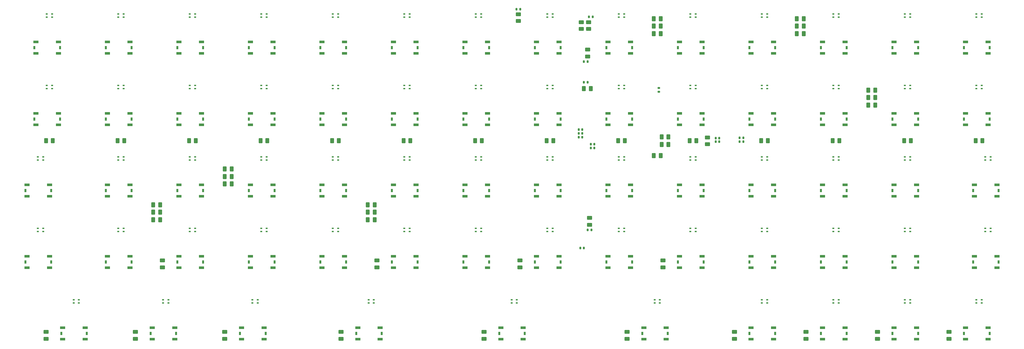
<source format=gbr>
%TF.GenerationSoftware,KiCad,Pcbnew,(6.0.0)*%
%TF.CreationDate,2022-03-05T10:25:11+10:00*%
%TF.ProjectId,Ortho66_Optical,4f727468-6f36-4365-9f4f-70746963616c,rev?*%
%TF.SameCoordinates,Original*%
%TF.FileFunction,Paste,Top*%
%TF.FilePolarity,Positive*%
%FSLAX46Y46*%
G04 Gerber Fmt 4.6, Leading zero omitted, Abs format (unit mm)*
G04 Created by KiCad (PCBNEW (6.0.0)) date 2022-03-05 10:25:11*
%MOMM*%
%LPD*%
G01*
G04 APERTURE LIST*
G04 Aperture macros list*
%AMRoundRect*
0 Rectangle with rounded corners*
0 $1 Rounding radius*
0 $2 $3 $4 $5 $6 $7 $8 $9 X,Y pos of 4 corners*
0 Add a 4 corners polygon primitive as box body*
4,1,4,$2,$3,$4,$5,$6,$7,$8,$9,$2,$3,0*
0 Add four circle primitives for the rounded corners*
1,1,$1+$1,$2,$3*
1,1,$1+$1,$4,$5*
1,1,$1+$1,$6,$7*
1,1,$1+$1,$8,$9*
0 Add four rect primitives between the rounded corners*
20,1,$1+$1,$2,$3,$4,$5,0*
20,1,$1+$1,$4,$5,$6,$7,0*
20,1,$1+$1,$6,$7,$8,$9,0*
20,1,$1+$1,$8,$9,$2,$3,0*%
G04 Aperture macros list end*
%ADD10R,0.600000X0.400000*%
%ADD11R,0.600000X0.900000*%
%ADD12R,1.400000X0.800000*%
%ADD13RoundRect,0.250000X-0.450000X0.262500X-0.450000X-0.262500X0.450000X-0.262500X0.450000X0.262500X0*%
%ADD14RoundRect,0.250000X0.262500X0.450000X-0.262500X0.450000X-0.262500X-0.450000X0.262500X-0.450000X0*%
%ADD15RoundRect,0.140000X-0.140000X-0.170000X0.140000X-0.170000X0.140000X0.170000X-0.140000X0.170000X0*%
%ADD16RoundRect,0.250000X-0.262500X-0.450000X0.262500X-0.450000X0.262500X0.450000X-0.262500X0.450000X0*%
%ADD17RoundRect,0.250000X0.450000X-0.262500X0.450000X0.262500X-0.450000X0.262500X-0.450000X-0.262500X0*%
%ADD18RoundRect,0.140000X0.140000X0.170000X-0.140000X0.170000X-0.140000X-0.170000X0.140000X-0.170000X0*%
%ADD19RoundRect,0.140000X-0.170000X0.140000X-0.170000X-0.140000X0.170000X-0.140000X0.170000X0.140000X0*%
G04 APERTURE END LIST*
D10*
%TO.C,RGB29*%
X98318750Y-133700000D03*
X96918750Y-133700000D03*
X96918750Y-132900000D03*
X98318750Y-132900000D03*
%TD*%
%TO.C,RGB5*%
X176900000Y-95600000D03*
X175500000Y-95600000D03*
X175500000Y-94800000D03*
X176900000Y-94800000D03*
%TD*%
%TO.C,RGB51*%
X253100000Y-152750000D03*
X251700000Y-152750000D03*
X251700000Y-151950000D03*
X253100000Y-151950000D03*
%TD*%
D11*
%TO.C,IR14*%
X343650000Y-103750000D03*
D12*
X344050000Y-105250000D03*
X344050000Y-102250000D03*
%TD*%
D11*
%TO.C,PT21*%
X217100000Y-122800000D03*
D12*
X216700000Y-124300000D03*
X216700000Y-121300000D03*
%TD*%
D11*
%TO.C,PT9*%
X255200000Y-103750000D03*
D12*
X254800000Y-105250000D03*
X254800000Y-102250000D03*
%TD*%
D10*
%TO.C,RGB49*%
X215000000Y-152750000D03*
X213600000Y-152750000D03*
X213600000Y-151950000D03*
X215000000Y-151950000D03*
%TD*%
D11*
%TO.C,IR65*%
X324600000Y-179950000D03*
D12*
X325000000Y-181450000D03*
X325000000Y-178450000D03*
%TD*%
D13*
%TO.C,R35*%
X253875000Y-179537500D03*
X253875000Y-181362500D03*
%TD*%
D10*
%TO.C,RGB39*%
X291200000Y-133700000D03*
X289800000Y-133700000D03*
X289800000Y-132900000D03*
X291200000Y-132900000D03*
%TD*%
D14*
%TO.C,R8*%
X262837500Y-98000000D03*
X261012500Y-98000000D03*
%TD*%
D10*
%TO.C,RGB17*%
X138800000Y-114650000D03*
X137400000Y-114650000D03*
X137400000Y-113850000D03*
X138800000Y-113850000D03*
%TD*%
D11*
%TO.C,PT44*%
X121850000Y-160900000D03*
D12*
X121450000Y-162400000D03*
X121450000Y-159400000D03*
%TD*%
D11*
%TO.C,PT4*%
X159950000Y-103750000D03*
D12*
X159550000Y-105250000D03*
X159550000Y-102250000D03*
%TD*%
D11*
%TO.C,PT41*%
X331400000Y-141850000D03*
D12*
X331000000Y-143350000D03*
X331000000Y-140350000D03*
%TD*%
D11*
%TO.C,PT24*%
X274250000Y-122800000D03*
D12*
X273850000Y-124300000D03*
X273850000Y-121300000D03*
%TD*%
D11*
%TO.C,PT25*%
X293300000Y-122800000D03*
D12*
X292900000Y-124300000D03*
X292900000Y-121300000D03*
%TD*%
D11*
%TO.C,PT2*%
X121850000Y-103750000D03*
D12*
X121450000Y-105250000D03*
X121450000Y-102250000D03*
%TD*%
D13*
%TO.C,R45*%
X339600000Y-179537500D03*
X339600000Y-181362500D03*
%TD*%
D11*
%TO.C,PT17*%
X140900000Y-122800000D03*
D12*
X140500000Y-124300000D03*
X140500000Y-121300000D03*
%TD*%
D11*
%TO.C,PT10*%
X274250000Y-103750000D03*
D12*
X273850000Y-105250000D03*
X273850000Y-102250000D03*
%TD*%
D11*
%TO.C,PT18*%
X159950000Y-122800000D03*
D12*
X159550000Y-124300000D03*
X159550000Y-121300000D03*
%TD*%
D10*
%TO.C,RGB57*%
X107843750Y-171800000D03*
X106443750Y-171800000D03*
X106443750Y-171000000D03*
X107843750Y-171000000D03*
%TD*%
%TO.C,RGB4*%
X157850000Y-95600000D03*
X156450000Y-95600000D03*
X156450000Y-94800000D03*
X157850000Y-94800000D03*
%TD*%
D14*
%TO.C,R10*%
X148537500Y-136100000D03*
X146712500Y-136100000D03*
%TD*%
D11*
%TO.C,PT53*%
X293300000Y-160900000D03*
D12*
X292900000Y-162400000D03*
X292900000Y-159400000D03*
%TD*%
D11*
%TO.C,IR13*%
X324600000Y-103750000D03*
D12*
X325000000Y-105250000D03*
X325000000Y-102250000D03*
%TD*%
D11*
%TO.C,PT29*%
X100418750Y-141850000D03*
D12*
X100018750Y-143350000D03*
X100018750Y-140350000D03*
%TD*%
D11*
%TO.C,IR31*%
X134100000Y-141850000D03*
D12*
X134500000Y-143350000D03*
X134500000Y-140350000D03*
%TD*%
D10*
%TO.C,RGB1*%
X100700000Y-95600000D03*
X99300000Y-95600000D03*
X99300000Y-94800000D03*
X100700000Y-94800000D03*
%TD*%
D11*
%TO.C,IR57*%
X103143750Y-179950000D03*
D12*
X103543750Y-181450000D03*
X103543750Y-178450000D03*
%TD*%
D11*
%TO.C,IR10*%
X267450000Y-103750000D03*
D12*
X267850000Y-105250000D03*
X267850000Y-102250000D03*
%TD*%
D11*
%TO.C,IR61*%
X219825000Y-179950000D03*
D12*
X220225000Y-181450000D03*
X220225000Y-178450000D03*
%TD*%
D11*
%TO.C,IR6*%
X191250000Y-103750000D03*
D12*
X191650000Y-105250000D03*
X191650000Y-102250000D03*
%TD*%
D11*
%TO.C,IR52*%
X267450000Y-160900000D03*
D12*
X267850000Y-162400000D03*
X267850000Y-159400000D03*
%TD*%
D15*
%TO.C,C5*%
X244200000Y-129520000D03*
X245160000Y-129520000D03*
%TD*%
D11*
%TO.C,IR5*%
X172200000Y-103750000D03*
D12*
X172600000Y-105250000D03*
X172600000Y-102250000D03*
%TD*%
D16*
%TO.C,R4*%
X299112500Y-100000000D03*
X300937500Y-100000000D03*
%TD*%
D10*
%TO.C,RGB14*%
X348350000Y-95600000D03*
X346950000Y-95600000D03*
X346950000Y-94800000D03*
X348350000Y-94800000D03*
%TD*%
D13*
%TO.C,R25*%
X146718750Y-179537500D03*
X146718750Y-181362500D03*
%TD*%
D11*
%TO.C,IR42*%
X346031250Y-141850000D03*
D12*
X346431250Y-143350000D03*
X346431250Y-140350000D03*
%TD*%
D15*
%TO.C,C6*%
X244200000Y-130540000D03*
X245160000Y-130540000D03*
%TD*%
D11*
%TO.C,PT55*%
X331400000Y-160900000D03*
D12*
X331000000Y-162400000D03*
X331000000Y-159400000D03*
%TD*%
D10*
%TO.C,RGB65*%
X329300000Y-171800000D03*
X327900000Y-171800000D03*
X327900000Y-171000000D03*
X329300000Y-171000000D03*
%TD*%
D11*
%TO.C,PT43*%
X100418750Y-160900000D03*
D12*
X100018750Y-162400000D03*
X100018750Y-159400000D03*
%TD*%
D10*
%TO.C,RGB32*%
X157850000Y-133700000D03*
X156450000Y-133700000D03*
X156450000Y-132900000D03*
X157850000Y-132900000D03*
%TD*%
%TO.C,RGB26*%
X310250000Y-114650000D03*
X308850000Y-114650000D03*
X308850000Y-113850000D03*
X310250000Y-113850000D03*
%TD*%
D13*
%TO.C,R37*%
X263400000Y-160487500D03*
X263400000Y-162312500D03*
%TD*%
D11*
%TO.C,IR51*%
X248400000Y-160900000D03*
D12*
X248800000Y-162400000D03*
X248800000Y-159400000D03*
%TD*%
D11*
%TO.C,PT27*%
X331400000Y-122800000D03*
D12*
X331000000Y-124300000D03*
X331000000Y-121300000D03*
%TD*%
D15*
%TO.C,C4*%
X283870000Y-128780000D03*
X284830000Y-128780000D03*
%TD*%
D13*
%TO.C,R31*%
X215775000Y-179537500D03*
X215775000Y-181362500D03*
%TD*%
D10*
%TO.C,RGB34*%
X195950000Y-133700000D03*
X194550000Y-133700000D03*
X194550000Y-132900000D03*
X195950000Y-132900000D03*
%TD*%
%TO.C,RGB53*%
X291200000Y-152750000D03*
X289800000Y-152750000D03*
X289800000Y-151950000D03*
X291200000Y-151950000D03*
%TD*%
D11*
%TO.C,PT32*%
X159950000Y-141850000D03*
D12*
X159550000Y-143350000D03*
X159550000Y-140350000D03*
%TD*%
D11*
%TO.C,PT33*%
X179000000Y-141850000D03*
D12*
X178600000Y-143350000D03*
X178600000Y-140350000D03*
%TD*%
D11*
%TO.C,PT13*%
X331400000Y-103750000D03*
D12*
X331000000Y-105250000D03*
X331000000Y-102250000D03*
%TD*%
D10*
%TO.C,RGB43*%
X98318750Y-152750000D03*
X96918750Y-152750000D03*
X96918750Y-151950000D03*
X98318750Y-151950000D03*
%TD*%
%TO.C,RGB46*%
X157850000Y-152750000D03*
X156450000Y-152750000D03*
X156450000Y-151950000D03*
X157850000Y-151950000D03*
%TD*%
D11*
%TO.C,IR27*%
X324600000Y-122800000D03*
D12*
X325000000Y-124300000D03*
X325000000Y-121300000D03*
%TD*%
D11*
%TO.C,PT28*%
X350450000Y-122800000D03*
D12*
X350050000Y-124300000D03*
X350050000Y-121300000D03*
%TD*%
D10*
%TO.C,RGB10*%
X272150000Y-95600000D03*
X270750000Y-95600000D03*
X270750000Y-94800000D03*
X272150000Y-94800000D03*
%TD*%
%TO.C,RGB16*%
X119750000Y-114650000D03*
X118350000Y-114650000D03*
X118350000Y-113850000D03*
X119750000Y-113850000D03*
%TD*%
D11*
%TO.C,PT54*%
X312350000Y-160900000D03*
D12*
X311950000Y-162400000D03*
X311950000Y-159400000D03*
%TD*%
D11*
%TO.C,PT15*%
X102800000Y-122800000D03*
D12*
X102400000Y-124300000D03*
X102400000Y-121300000D03*
%TD*%
D11*
%TO.C,IR25*%
X286500000Y-122800000D03*
D12*
X286900000Y-124300000D03*
X286900000Y-121300000D03*
%TD*%
D10*
%TO.C,RGB42*%
X350731250Y-133700000D03*
X349331250Y-133700000D03*
X349331250Y-132900000D03*
X350731250Y-132900000D03*
%TD*%
D11*
%TO.C,IR33*%
X172200000Y-141850000D03*
D12*
X172600000Y-143350000D03*
X172600000Y-140350000D03*
%TD*%
D16*
%TO.C,R26*%
X156237500Y-128575000D03*
X158062500Y-128575000D03*
%TD*%
D10*
%TO.C,RGB40*%
X310250000Y-133700000D03*
X308850000Y-133700000D03*
X308850000Y-132900000D03*
X310250000Y-132900000D03*
%TD*%
D16*
%TO.C,R30*%
X194337500Y-128575000D03*
X196162500Y-128575000D03*
%TD*%
D10*
%TO.C,RGB47*%
X176900000Y-152750000D03*
X175500000Y-152750000D03*
X175500000Y-151950000D03*
X176900000Y-151950000D03*
%TD*%
D11*
%TO.C,PT49*%
X217100000Y-160900000D03*
D12*
X216700000Y-162400000D03*
X216700000Y-159400000D03*
%TD*%
D14*
%TO.C,R15*%
X129487500Y-149625000D03*
X127662500Y-149625000D03*
%TD*%
D10*
%TO.C,RGB9*%
X253100000Y-95600000D03*
X251700000Y-95600000D03*
X251700000Y-94800000D03*
X253100000Y-94800000D03*
%TD*%
D15*
%TO.C,C15*%
X241395000Y-157150000D03*
X242355000Y-157150000D03*
%TD*%
D11*
%TO.C,IR19*%
X172200000Y-122800000D03*
D12*
X172600000Y-124300000D03*
X172600000Y-121300000D03*
%TD*%
D11*
%TO.C,IR44*%
X115050000Y-160900000D03*
D12*
X115450000Y-162400000D03*
X115450000Y-159400000D03*
%TD*%
D14*
%TO.C,R11*%
X148537500Y-138100000D03*
X146712500Y-138100000D03*
%TD*%
%TO.C,R17*%
X186637500Y-147625000D03*
X184812500Y-147625000D03*
%TD*%
D10*
%TO.C,RGB2*%
X119750000Y-95600000D03*
X118350000Y-95600000D03*
X118350000Y-94800000D03*
X119750000Y-94800000D03*
%TD*%
D11*
%TO.C,PT31*%
X140900000Y-141850000D03*
D12*
X140500000Y-143350000D03*
X140500000Y-140350000D03*
%TD*%
D16*
%TO.C,R40*%
X289587500Y-128575000D03*
X291412500Y-128575000D03*
%TD*%
D10*
%TO.C,RGB35*%
X215000000Y-133700000D03*
X213600000Y-133700000D03*
X213600000Y-132900000D03*
X215000000Y-132900000D03*
%TD*%
D14*
%TO.C,R18*%
X186637500Y-149625000D03*
X184812500Y-149625000D03*
%TD*%
D15*
%TO.C,C10*%
X243740000Y-95520000D03*
X244700000Y-95520000D03*
%TD*%
D13*
%TO.C,R52*%
X241650000Y-96937500D03*
X241650000Y-98762500D03*
%TD*%
D11*
%TO.C,PT39*%
X293300000Y-141850000D03*
D12*
X292900000Y-143350000D03*
X292900000Y-140350000D03*
%TD*%
D11*
%TO.C,IR1*%
X96000000Y-103750000D03*
D12*
X96400000Y-105250000D03*
X96400000Y-102250000D03*
%TD*%
D11*
%TO.C,PT61*%
X226625000Y-179950000D03*
D12*
X226225000Y-181450000D03*
X226225000Y-178450000D03*
%TD*%
D10*
%TO.C,RGB52*%
X272150000Y-152750000D03*
X270750000Y-152750000D03*
X270750000Y-151950000D03*
X272150000Y-151950000D03*
%TD*%
D11*
%TO.C,PT40*%
X312350000Y-141850000D03*
D12*
X311950000Y-143350000D03*
X311950000Y-140350000D03*
%TD*%
D10*
%TO.C,RGB6*%
X195950000Y-95600000D03*
X194550000Y-95600000D03*
X194550000Y-94800000D03*
X195950000Y-94800000D03*
%TD*%
%TO.C,RGB31*%
X138800000Y-133700000D03*
X137400000Y-133700000D03*
X137400000Y-132900000D03*
X138800000Y-132900000D03*
%TD*%
%TO.C,RGB13*%
X329300000Y-95600000D03*
X327900000Y-95600000D03*
X327900000Y-94800000D03*
X329300000Y-94800000D03*
%TD*%
D11*
%TO.C,IR3*%
X134100000Y-103750000D03*
D12*
X134500000Y-105250000D03*
X134500000Y-102250000D03*
%TD*%
D10*
%TO.C,RGB56*%
X350731250Y-152750000D03*
X349331250Y-152750000D03*
X349331250Y-151950000D03*
X350731250Y-151950000D03*
%TD*%
D15*
%TO.C,C9*%
X240980000Y-125550000D03*
X241940000Y-125550000D03*
%TD*%
D11*
%TO.C,PT48*%
X198050000Y-160900000D03*
D12*
X197650000Y-162400000D03*
X197650000Y-159400000D03*
%TD*%
D11*
%TO.C,PT56*%
X352831250Y-160900000D03*
D12*
X352431250Y-162400000D03*
X352431250Y-159400000D03*
%TD*%
D17*
%TO.C,R47*%
X275250000Y-129487500D03*
X275250000Y-127662500D03*
%TD*%
D10*
%TO.C,RGB66*%
X348350000Y-171800000D03*
X346950000Y-171800000D03*
X346950000Y-171000000D03*
X348350000Y-171000000D03*
%TD*%
D11*
%TO.C,IR23*%
X248400000Y-122800000D03*
D12*
X248800000Y-124300000D03*
X248800000Y-121300000D03*
%TD*%
D18*
%TO.C,C12*%
X241940000Y-127590000D03*
X240980000Y-127590000D03*
%TD*%
D11*
%TO.C,PT50*%
X236150000Y-160900000D03*
D12*
X235750000Y-162400000D03*
X235750000Y-159400000D03*
%TD*%
D16*
%TO.C,R32*%
X213387500Y-128575000D03*
X215212500Y-128575000D03*
%TD*%
D11*
%TO.C,IR32*%
X153150000Y-141850000D03*
D12*
X153550000Y-143350000D03*
X153550000Y-140350000D03*
%TD*%
D11*
%TO.C,IR7*%
X210300000Y-103750000D03*
D12*
X210700000Y-105250000D03*
X210700000Y-102250000D03*
%TD*%
D10*
%TO.C,RGB3*%
X138800000Y-95600000D03*
X137400000Y-95600000D03*
X137400000Y-94800000D03*
X138800000Y-94800000D03*
%TD*%
D11*
%TO.C,IR9*%
X248400000Y-103750000D03*
D12*
X248800000Y-105250000D03*
X248800000Y-102250000D03*
%TD*%
D10*
%TO.C,RGB15*%
X100700000Y-114650000D03*
X99300000Y-114650000D03*
X99300000Y-113850000D03*
X100700000Y-113850000D03*
%TD*%
D11*
%TO.C,IR54*%
X305550000Y-160900000D03*
D12*
X305950000Y-162400000D03*
X305950000Y-159400000D03*
%TD*%
D11*
%TO.C,PT45*%
X140900000Y-160900000D03*
D12*
X140500000Y-162400000D03*
X140500000Y-159400000D03*
%TD*%
D10*
%TO.C,RGB30*%
X119750000Y-133700000D03*
X118350000Y-133700000D03*
X118350000Y-132900000D03*
X119750000Y-132900000D03*
%TD*%
%TO.C,RGB12*%
X310250000Y-95600000D03*
X308850000Y-95600000D03*
X308850000Y-94800000D03*
X310250000Y-94800000D03*
%TD*%
D11*
%TO.C,PT6*%
X198050000Y-103750000D03*
D12*
X197650000Y-105250000D03*
X197650000Y-102250000D03*
%TD*%
D11*
%TO.C,PT57*%
X109943750Y-179950000D03*
D12*
X109543750Y-181450000D03*
X109543750Y-178450000D03*
%TD*%
D11*
%TO.C,IR34*%
X191250000Y-141850000D03*
D12*
X191650000Y-143350000D03*
X191650000Y-140350000D03*
%TD*%
D16*
%TO.C,R49*%
X263087500Y-127575000D03*
X264912500Y-127575000D03*
%TD*%
D11*
%TO.C,PT1*%
X102800000Y-103750000D03*
D12*
X102400000Y-105250000D03*
X102400000Y-102250000D03*
%TD*%
D14*
%TO.C,R12*%
X148537500Y-140100000D03*
X146712500Y-140100000D03*
%TD*%
D13*
%TO.C,R41*%
X301500000Y-179537500D03*
X301500000Y-181362500D03*
%TD*%
D16*
%TO.C,R5*%
X299112500Y-98000000D03*
X300937500Y-98000000D03*
%TD*%
D10*
%TO.C,RGB58*%
X131656250Y-171800000D03*
X130256250Y-171800000D03*
X130256250Y-171000000D03*
X131656250Y-171000000D03*
%TD*%
D11*
%TO.C,IR20*%
X191250000Y-122800000D03*
D12*
X191650000Y-124300000D03*
X191650000Y-121300000D03*
%TD*%
D11*
%TO.C,IR43*%
X93618750Y-160900000D03*
D12*
X94018750Y-162400000D03*
X94018750Y-159400000D03*
%TD*%
D11*
%TO.C,IR15*%
X96000000Y-122800000D03*
D12*
X96400000Y-124300000D03*
X96400000Y-121300000D03*
%TD*%
D13*
%TO.C,R29*%
X187200000Y-160487500D03*
X187200000Y-162312500D03*
%TD*%
D11*
%TO.C,IR28*%
X343650000Y-122800000D03*
D12*
X344050000Y-124300000D03*
X344050000Y-121300000D03*
%TD*%
D11*
%TO.C,PT34*%
X198050000Y-141850000D03*
D12*
X197650000Y-143350000D03*
X197650000Y-140350000D03*
%TD*%
D11*
%TO.C,IR35*%
X210300000Y-141850000D03*
D12*
X210700000Y-143350000D03*
X210700000Y-140350000D03*
%TD*%
D10*
%TO.C,RGB23*%
X253100000Y-114650000D03*
X251700000Y-114650000D03*
X251700000Y-113850000D03*
X253100000Y-113850000D03*
%TD*%
D11*
%TO.C,PT52*%
X274250000Y-160900000D03*
D12*
X273850000Y-162400000D03*
X273850000Y-159400000D03*
%TD*%
D18*
%TO.C,C13*%
X225380000Y-93520000D03*
X224420000Y-93520000D03*
%TD*%
D11*
%TO.C,PT47*%
X179000000Y-160900000D03*
D12*
X178600000Y-162400000D03*
X178600000Y-159400000D03*
%TD*%
D11*
%TO.C,PT30*%
X121850000Y-141850000D03*
D12*
X121450000Y-143350000D03*
X121450000Y-140350000D03*
%TD*%
D16*
%TO.C,R24*%
X137187500Y-128575000D03*
X139012500Y-128575000D03*
%TD*%
D11*
%TO.C,IR30*%
X115050000Y-141850000D03*
D12*
X115450000Y-143350000D03*
X115450000Y-140350000D03*
%TD*%
D15*
%TO.C,C8*%
X242395000Y-113000000D03*
X243355000Y-113000000D03*
%TD*%
D14*
%TO.C,R9*%
X262837500Y-100000000D03*
X261012500Y-100000000D03*
%TD*%
D11*
%TO.C,PT12*%
X312350000Y-103750000D03*
D12*
X311950000Y-105250000D03*
X311950000Y-102250000D03*
%TD*%
D16*
%TO.C,R42*%
X308637500Y-128575000D03*
X310462500Y-128575000D03*
%TD*%
D11*
%TO.C,PT5*%
X179000000Y-103750000D03*
D12*
X178600000Y-105250000D03*
X178600000Y-102250000D03*
%TD*%
D11*
%TO.C,IR62*%
X257925000Y-179950000D03*
D12*
X258325000Y-181450000D03*
X258325000Y-178450000D03*
%TD*%
D11*
%TO.C,IR21*%
X210300000Y-122800000D03*
D12*
X210700000Y-124300000D03*
X210700000Y-121300000D03*
%TD*%
D11*
%TO.C,PT66*%
X350450000Y-179950000D03*
D12*
X350050000Y-181450000D03*
X350050000Y-178450000D03*
%TD*%
D11*
%TO.C,IR50*%
X229350000Y-160900000D03*
D12*
X229750000Y-162400000D03*
X229750000Y-159400000D03*
%TD*%
D13*
%TO.C,R39*%
X282450000Y-179537500D03*
X282450000Y-181362500D03*
%TD*%
D11*
%TO.C,PT58*%
X133756250Y-179950000D03*
D12*
X133356250Y-181450000D03*
X133356250Y-178450000D03*
%TD*%
D10*
%TO.C,RGB54*%
X310250000Y-152750000D03*
X308850000Y-152750000D03*
X308850000Y-151950000D03*
X310250000Y-151950000D03*
%TD*%
D11*
%TO.C,IR40*%
X305550000Y-141850000D03*
D12*
X305950000Y-143350000D03*
X305950000Y-140350000D03*
%TD*%
D17*
%TO.C,R54*%
X224890000Y-96672500D03*
X224890000Y-94847500D03*
%TD*%
D11*
%TO.C,PT14*%
X350450000Y-103750000D03*
D12*
X350050000Y-105250000D03*
X350050000Y-102250000D03*
%TD*%
D11*
%TO.C,PT22*%
X236150000Y-122800000D03*
D12*
X235750000Y-124300000D03*
X235750000Y-121300000D03*
%TD*%
D11*
%TO.C,IR11*%
X286500000Y-103750000D03*
D12*
X286900000Y-105250000D03*
X286900000Y-102250000D03*
%TD*%
D11*
%TO.C,PT64*%
X312350000Y-179950000D03*
D12*
X311950000Y-181450000D03*
X311950000Y-178450000D03*
%TD*%
D10*
%TO.C,RGB7*%
X215000000Y-95600000D03*
X213600000Y-95600000D03*
X213600000Y-94800000D03*
X215000000Y-94800000D03*
%TD*%
D17*
%TO.C,R50*%
X243350000Y-106112500D03*
X243350000Y-104287500D03*
%TD*%
D11*
%TO.C,IR55*%
X324600000Y-160900000D03*
D12*
X325000000Y-162400000D03*
X325000000Y-159400000D03*
%TD*%
D11*
%TO.C,PT63*%
X293300000Y-179950000D03*
D12*
X292900000Y-181450000D03*
X292900000Y-178450000D03*
%TD*%
D11*
%TO.C,IR4*%
X153150000Y-103750000D03*
D12*
X153550000Y-105250000D03*
X153550000Y-102250000D03*
%TD*%
D11*
%TO.C,IR45*%
X134100000Y-160900000D03*
D12*
X134500000Y-162400000D03*
X134500000Y-159400000D03*
%TD*%
D10*
%TO.C,RGB36*%
X234050000Y-133700000D03*
X232650000Y-133700000D03*
X232650000Y-132900000D03*
X234050000Y-132900000D03*
%TD*%
%TO.C,RGB61*%
X224525000Y-171800000D03*
X223125000Y-171800000D03*
X223125000Y-171000000D03*
X224525000Y-171000000D03*
%TD*%
D11*
%TO.C,IR49*%
X210300000Y-160900000D03*
D12*
X210700000Y-162400000D03*
X210700000Y-159400000D03*
%TD*%
D11*
%TO.C,PT42*%
X352831250Y-141850000D03*
D12*
X352431250Y-143350000D03*
X352431250Y-140350000D03*
%TD*%
D10*
%TO.C,RGB45*%
X138800000Y-152750000D03*
X137400000Y-152750000D03*
X137400000Y-151950000D03*
X138800000Y-151950000D03*
%TD*%
%TO.C,RGB28*%
X348350000Y-114650000D03*
X346950000Y-114650000D03*
X346950000Y-113850000D03*
X348350000Y-113850000D03*
%TD*%
D11*
%TO.C,IR36*%
X229350000Y-141850000D03*
D12*
X229750000Y-143350000D03*
X229750000Y-140350000D03*
%TD*%
D16*
%TO.C,R28*%
X175287500Y-128575000D03*
X177112500Y-128575000D03*
%TD*%
D13*
%TO.C,R23*%
X130050000Y-160487500D03*
X130050000Y-162312500D03*
%TD*%
D14*
%TO.C,R16*%
X186637500Y-145625000D03*
X184812500Y-145625000D03*
%TD*%
D11*
%TO.C,IR46*%
X153150000Y-160900000D03*
D12*
X153550000Y-162400000D03*
X153550000Y-159400000D03*
%TD*%
D11*
%TO.C,PT3*%
X140900000Y-103750000D03*
D12*
X140500000Y-105250000D03*
X140500000Y-102250000D03*
%TD*%
D16*
%TO.C,R20*%
X99087500Y-128575000D03*
X100912500Y-128575000D03*
%TD*%
D14*
%TO.C,R1*%
X319987500Y-115050000D03*
X318162500Y-115050000D03*
%TD*%
D11*
%TO.C,IR60*%
X181725000Y-179950000D03*
D12*
X182125000Y-181450000D03*
X182125000Y-178450000D03*
%TD*%
D14*
%TO.C,R2*%
X319987500Y-117050000D03*
X318162500Y-117050000D03*
%TD*%
D11*
%TO.C,IR39*%
X286500000Y-141850000D03*
D12*
X286900000Y-143350000D03*
X286900000Y-140350000D03*
%TD*%
D13*
%TO.C,R27*%
X177675000Y-179537500D03*
X177675000Y-181362500D03*
%TD*%
D11*
%TO.C,PT35*%
X217100000Y-141850000D03*
D12*
X216700000Y-143350000D03*
X216700000Y-140350000D03*
%TD*%
D16*
%TO.C,R48*%
X263087500Y-129575000D03*
X264912500Y-129575000D03*
%TD*%
%TO.C,R34*%
X232437500Y-128575000D03*
X234262500Y-128575000D03*
%TD*%
D11*
%TO.C,IR38*%
X267450000Y-141850000D03*
D12*
X267850000Y-143350000D03*
X267850000Y-140350000D03*
%TD*%
D11*
%TO.C,IR2*%
X115050000Y-103750000D03*
D12*
X115450000Y-105250000D03*
X115450000Y-102250000D03*
%TD*%
D10*
%TO.C,RGB38*%
X272150000Y-133700000D03*
X270750000Y-133700000D03*
X270750000Y-132900000D03*
X272150000Y-132900000D03*
%TD*%
D14*
%TO.C,R7*%
X262837500Y-96000000D03*
X261012500Y-96000000D03*
%TD*%
D10*
%TO.C,RGB20*%
X195950000Y-114650000D03*
X194550000Y-114650000D03*
X194550000Y-113850000D03*
X195950000Y-113850000D03*
%TD*%
D11*
%TO.C,PT7*%
X217100000Y-103750000D03*
D12*
X216700000Y-105250000D03*
X216700000Y-102250000D03*
%TD*%
D16*
%TO.C,R6*%
X299112500Y-96000000D03*
X300937500Y-96000000D03*
%TD*%
D11*
%TO.C,PT46*%
X159950000Y-160900000D03*
D12*
X159550000Y-162400000D03*
X159550000Y-159400000D03*
%TD*%
D15*
%TO.C,C3*%
X283870000Y-127760000D03*
X284830000Y-127760000D03*
%TD*%
D11*
%TO.C,PT11*%
X293300000Y-103750000D03*
D12*
X292900000Y-105250000D03*
X292900000Y-102250000D03*
%TD*%
D13*
%TO.C,R19*%
X99093750Y-179537500D03*
X99093750Y-181362500D03*
%TD*%
D11*
%TO.C,IR66*%
X343650000Y-179950000D03*
D12*
X344050000Y-181450000D03*
X344050000Y-178450000D03*
%TD*%
D10*
%TO.C,RGB19*%
X176900000Y-114650000D03*
X175500000Y-114650000D03*
X175500000Y-113850000D03*
X176900000Y-113850000D03*
%TD*%
%TO.C,RGB50*%
X234050000Y-152750000D03*
X232650000Y-152750000D03*
X232650000Y-151950000D03*
X234050000Y-151950000D03*
%TD*%
D11*
%TO.C,IR17*%
X134100000Y-122800000D03*
D12*
X134500000Y-124300000D03*
X134500000Y-121300000D03*
%TD*%
D13*
%TO.C,R53*%
X243630000Y-96947500D03*
X243630000Y-98772500D03*
%TD*%
D10*
%TO.C,RGB11*%
X291200000Y-95600000D03*
X289800000Y-95600000D03*
X289800000Y-94800000D03*
X291200000Y-94800000D03*
%TD*%
D13*
%TO.C,R55*%
X243875000Y-149157500D03*
X243875000Y-150982500D03*
%TD*%
D10*
%TO.C,RGB24*%
X272150000Y-114650000D03*
X270750000Y-114650000D03*
X270750000Y-113850000D03*
X272150000Y-113850000D03*
%TD*%
%TO.C,RGB21*%
X215000000Y-114650000D03*
X213600000Y-114650000D03*
X213600000Y-113850000D03*
X215000000Y-113850000D03*
%TD*%
D11*
%TO.C,IR29*%
X93618750Y-141850000D03*
D12*
X94018750Y-143350000D03*
X94018750Y-140350000D03*
%TD*%
D10*
%TO.C,RGB44*%
X119750000Y-152750000D03*
X118350000Y-152750000D03*
X118350000Y-151950000D03*
X119750000Y-151950000D03*
%TD*%
D19*
%TO.C,C14*%
X262310000Y-114510000D03*
X262310000Y-115470000D03*
%TD*%
D11*
%TO.C,IR37*%
X248400000Y-141850000D03*
D12*
X248800000Y-143350000D03*
X248800000Y-140350000D03*
%TD*%
D11*
%TO.C,IR16*%
X115050000Y-122800000D03*
D12*
X115450000Y-124300000D03*
X115450000Y-121300000D03*
%TD*%
D11*
%TO.C,IR41*%
X324600000Y-141850000D03*
D12*
X325000000Y-143350000D03*
X325000000Y-140350000D03*
%TD*%
D11*
%TO.C,PT26*%
X312350000Y-122800000D03*
D12*
X311950000Y-124300000D03*
X311950000Y-121300000D03*
%TD*%
D13*
%TO.C,R21*%
X122906250Y-179537500D03*
X122906250Y-181362500D03*
%TD*%
D11*
%TO.C,IR64*%
X305550000Y-179950000D03*
D12*
X305950000Y-181450000D03*
X305950000Y-178450000D03*
%TD*%
D11*
%TO.C,PT38*%
X274250000Y-141850000D03*
D12*
X273850000Y-143350000D03*
X273850000Y-140350000D03*
%TD*%
D14*
%TO.C,R3*%
X319987500Y-119050000D03*
X318162500Y-119050000D03*
%TD*%
D11*
%TO.C,IR47*%
X172200000Y-160900000D03*
D12*
X172600000Y-162400000D03*
X172600000Y-159400000D03*
%TD*%
D16*
%TO.C,R56*%
X261012500Y-132570000D03*
X262837500Y-132570000D03*
%TD*%
D11*
%TO.C,IR24*%
X267450000Y-122800000D03*
D12*
X267850000Y-124300000D03*
X267850000Y-121300000D03*
%TD*%
D10*
%TO.C,RGB8*%
X234050000Y-95600000D03*
X232650000Y-95600000D03*
X232650000Y-94800000D03*
X234050000Y-94800000D03*
%TD*%
D11*
%TO.C,IR58*%
X126956250Y-179950000D03*
D12*
X127356250Y-181450000D03*
X127356250Y-178450000D03*
%TD*%
D11*
%TO.C,PT37*%
X255200000Y-141850000D03*
D12*
X254800000Y-143350000D03*
X254800000Y-140350000D03*
%TD*%
D11*
%TO.C,PT65*%
X331400000Y-179950000D03*
D12*
X331000000Y-181450000D03*
X331000000Y-178450000D03*
%TD*%
D11*
%TO.C,PT62*%
X264725000Y-179950000D03*
D12*
X264325000Y-181450000D03*
X264325000Y-178450000D03*
%TD*%
D16*
%TO.C,R46*%
X346737500Y-128575000D03*
X348562500Y-128575000D03*
%TD*%
D10*
%TO.C,RGB59*%
X155468750Y-171800000D03*
X154068750Y-171800000D03*
X154068750Y-171000000D03*
X155468750Y-171000000D03*
%TD*%
D11*
%TO.C,IR53*%
X286500000Y-160900000D03*
D12*
X286900000Y-162400000D03*
X286900000Y-159400000D03*
%TD*%
D10*
%TO.C,RGB63*%
X291200000Y-171800000D03*
X289800000Y-171800000D03*
X289800000Y-171000000D03*
X291200000Y-171000000D03*
%TD*%
D18*
%TO.C,C11*%
X241940000Y-126570000D03*
X240980000Y-126570000D03*
%TD*%
D13*
%TO.C,R43*%
X320550000Y-179537500D03*
X320550000Y-181362500D03*
%TD*%
D11*
%TO.C,PT23*%
X255200000Y-122800000D03*
D12*
X254800000Y-124300000D03*
X254800000Y-121300000D03*
%TD*%
D11*
%TO.C,IR63*%
X286500000Y-179950000D03*
D12*
X286900000Y-181450000D03*
X286900000Y-178450000D03*
%TD*%
D11*
%TO.C,PT20*%
X198050000Y-122800000D03*
D12*
X197650000Y-124300000D03*
X197650000Y-121300000D03*
%TD*%
D11*
%TO.C,IR12*%
X305550000Y-103750000D03*
D12*
X305950000Y-105250000D03*
X305950000Y-102250000D03*
%TD*%
D16*
%TO.C,R38*%
X270537500Y-128575000D03*
X272362500Y-128575000D03*
%TD*%
D11*
%TO.C,IR56*%
X346031250Y-160900000D03*
D12*
X346431250Y-162400000D03*
X346431250Y-159400000D03*
%TD*%
D16*
%TO.C,R36*%
X251487500Y-128575000D03*
X253312500Y-128575000D03*
%TD*%
D11*
%TO.C,IR48*%
X191250000Y-160900000D03*
D12*
X191650000Y-162400000D03*
X191650000Y-159400000D03*
%TD*%
D14*
%TO.C,R13*%
X129487500Y-145625000D03*
X127662500Y-145625000D03*
%TD*%
D18*
%TO.C,C7*%
X243355000Y-107500000D03*
X242395000Y-107500000D03*
%TD*%
D10*
%TO.C,RGB55*%
X329300000Y-152750000D03*
X327900000Y-152750000D03*
X327900000Y-151950000D03*
X329300000Y-151950000D03*
%TD*%
D18*
%TO.C,C2*%
X278440000Y-127840000D03*
X277480000Y-127840000D03*
%TD*%
%TO.C,C1*%
X278430000Y-128830000D03*
X277470000Y-128830000D03*
%TD*%
D16*
%TO.C,R51*%
X242387500Y-114630000D03*
X244212500Y-114630000D03*
%TD*%
D10*
%TO.C,RGB37*%
X253100000Y-133700000D03*
X251700000Y-133700000D03*
X251700000Y-132900000D03*
X253100000Y-132900000D03*
%TD*%
D11*
%TO.C,PT8*%
X236150000Y-103750000D03*
D12*
X235750000Y-105250000D03*
X235750000Y-102250000D03*
%TD*%
D10*
%TO.C,RGB25*%
X291200000Y-114650000D03*
X289800000Y-114650000D03*
X289800000Y-113850000D03*
X291200000Y-113850000D03*
%TD*%
%TO.C,RGB64*%
X310250000Y-171800000D03*
X308850000Y-171800000D03*
X308850000Y-171000000D03*
X310250000Y-171000000D03*
%TD*%
D11*
%TO.C,IR8*%
X229350000Y-103750000D03*
D12*
X229750000Y-105250000D03*
X229750000Y-102250000D03*
%TD*%
D16*
%TO.C,R22*%
X118137500Y-128575000D03*
X119962500Y-128575000D03*
%TD*%
D10*
%TO.C,RGB18*%
X157850000Y-114650000D03*
X156450000Y-114650000D03*
X156450000Y-113850000D03*
X157850000Y-113850000D03*
%TD*%
%TO.C,RGB41*%
X329300000Y-133700000D03*
X327900000Y-133700000D03*
X327900000Y-132900000D03*
X329300000Y-132900000D03*
%TD*%
D11*
%TO.C,PT19*%
X179000000Y-122800000D03*
D12*
X178600000Y-124300000D03*
X178600000Y-121300000D03*
%TD*%
D10*
%TO.C,RGB62*%
X262625000Y-171800000D03*
X261225000Y-171800000D03*
X261225000Y-171000000D03*
X262625000Y-171000000D03*
%TD*%
D11*
%TO.C,PT59*%
X157568750Y-179950000D03*
D12*
X157168750Y-181450000D03*
X157168750Y-178450000D03*
%TD*%
D10*
%TO.C,RGB48*%
X195950000Y-152750000D03*
X194550000Y-152750000D03*
X194550000Y-151950000D03*
X195950000Y-151950000D03*
%TD*%
%TO.C,RGB22*%
X234050000Y-114650000D03*
X232650000Y-114650000D03*
X232650000Y-113850000D03*
X234050000Y-113850000D03*
%TD*%
D11*
%TO.C,PT36*%
X236150000Y-141850000D03*
D12*
X235750000Y-143350000D03*
X235750000Y-140350000D03*
%TD*%
D10*
%TO.C,RGB27*%
X329300000Y-114650000D03*
X327900000Y-114650000D03*
X327900000Y-113850000D03*
X329300000Y-113850000D03*
%TD*%
D11*
%TO.C,IR26*%
X305550000Y-122800000D03*
D12*
X305950000Y-124300000D03*
X305950000Y-121300000D03*
%TD*%
D13*
%TO.C,R33*%
X225300000Y-160487500D03*
X225300000Y-162312500D03*
%TD*%
D10*
%TO.C,RGB33*%
X176900000Y-133700000D03*
X175500000Y-133700000D03*
X175500000Y-132900000D03*
X176900000Y-132900000D03*
%TD*%
D11*
%TO.C,PT60*%
X188525000Y-179950000D03*
D12*
X188125000Y-181450000D03*
X188125000Y-178450000D03*
%TD*%
D11*
%TO.C,PT51*%
X255200000Y-160900000D03*
D12*
X254800000Y-162400000D03*
X254800000Y-159400000D03*
%TD*%
D11*
%TO.C,IR59*%
X150768750Y-179950000D03*
D12*
X151168750Y-181450000D03*
X151168750Y-178450000D03*
%TD*%
D16*
%TO.C,R44*%
X327687500Y-128575000D03*
X329512500Y-128575000D03*
%TD*%
D18*
%TO.C,C16*%
X244355000Y-152320000D03*
X243395000Y-152320000D03*
%TD*%
D11*
%TO.C,IR22*%
X229350000Y-122800000D03*
D12*
X229750000Y-124300000D03*
X229750000Y-121300000D03*
%TD*%
D11*
%TO.C,PT16*%
X121850000Y-122800000D03*
D12*
X121450000Y-124300000D03*
X121450000Y-121300000D03*
%TD*%
D10*
%TO.C,RGB60*%
X186425000Y-171800000D03*
X185025000Y-171800000D03*
X185025000Y-171000000D03*
X186425000Y-171000000D03*
%TD*%
D11*
%TO.C,IR18*%
X153150000Y-122800000D03*
D12*
X153550000Y-124300000D03*
X153550000Y-121300000D03*
%TD*%
D14*
%TO.C,R14*%
X129487500Y-147625000D03*
X127662500Y-147625000D03*
%TD*%
M02*

</source>
